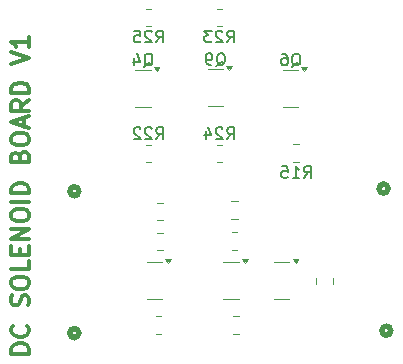
<source format=gbr>
%TF.GenerationSoftware,KiCad,Pcbnew,9.0.6*%
%TF.CreationDate,2025-11-07T06:51:29-08:00*%
%TF.ProjectId,bramble_valve_indexer,6272616d-626c-4655-9f76-616c76655f69,rev?*%
%TF.SameCoordinates,Original*%
%TF.FileFunction,Legend,Bot*%
%TF.FilePolarity,Positive*%
%FSLAX46Y46*%
G04 Gerber Fmt 4.6, Leading zero omitted, Abs format (unit mm)*
G04 Created by KiCad (PCBNEW 9.0.6) date 2025-11-07 06:51:29*
%MOMM*%
%LPD*%
G01*
G04 APERTURE LIST*
%ADD10C,0.300000*%
%ADD11C,0.150000*%
%ADD12C,0.508000*%
%ADD13C,0.120000*%
G04 APERTURE END LIST*
D10*
X15300828Y-47445489D02*
X13800828Y-47445489D01*
X13800828Y-47445489D02*
X13800828Y-47088346D01*
X13800828Y-47088346D02*
X13872257Y-46874060D01*
X13872257Y-46874060D02*
X14015114Y-46731203D01*
X14015114Y-46731203D02*
X14157971Y-46659774D01*
X14157971Y-46659774D02*
X14443685Y-46588346D01*
X14443685Y-46588346D02*
X14657971Y-46588346D01*
X14657971Y-46588346D02*
X14943685Y-46659774D01*
X14943685Y-46659774D02*
X15086542Y-46731203D01*
X15086542Y-46731203D02*
X15229400Y-46874060D01*
X15229400Y-46874060D02*
X15300828Y-47088346D01*
X15300828Y-47088346D02*
X15300828Y-47445489D01*
X15157971Y-45088346D02*
X15229400Y-45159774D01*
X15229400Y-45159774D02*
X15300828Y-45374060D01*
X15300828Y-45374060D02*
X15300828Y-45516917D01*
X15300828Y-45516917D02*
X15229400Y-45731203D01*
X15229400Y-45731203D02*
X15086542Y-45874060D01*
X15086542Y-45874060D02*
X14943685Y-45945489D01*
X14943685Y-45945489D02*
X14657971Y-46016917D01*
X14657971Y-46016917D02*
X14443685Y-46016917D01*
X14443685Y-46016917D02*
X14157971Y-45945489D01*
X14157971Y-45945489D02*
X14015114Y-45874060D01*
X14015114Y-45874060D02*
X13872257Y-45731203D01*
X13872257Y-45731203D02*
X13800828Y-45516917D01*
X13800828Y-45516917D02*
X13800828Y-45374060D01*
X13800828Y-45374060D02*
X13872257Y-45159774D01*
X13872257Y-45159774D02*
X13943685Y-45088346D01*
X15229400Y-43374060D02*
X15300828Y-43159775D01*
X15300828Y-43159775D02*
X15300828Y-42802632D01*
X15300828Y-42802632D02*
X15229400Y-42659775D01*
X15229400Y-42659775D02*
X15157971Y-42588346D01*
X15157971Y-42588346D02*
X15015114Y-42516917D01*
X15015114Y-42516917D02*
X14872257Y-42516917D01*
X14872257Y-42516917D02*
X14729400Y-42588346D01*
X14729400Y-42588346D02*
X14657971Y-42659775D01*
X14657971Y-42659775D02*
X14586542Y-42802632D01*
X14586542Y-42802632D02*
X14515114Y-43088346D01*
X14515114Y-43088346D02*
X14443685Y-43231203D01*
X14443685Y-43231203D02*
X14372257Y-43302632D01*
X14372257Y-43302632D02*
X14229400Y-43374060D01*
X14229400Y-43374060D02*
X14086542Y-43374060D01*
X14086542Y-43374060D02*
X13943685Y-43302632D01*
X13943685Y-43302632D02*
X13872257Y-43231203D01*
X13872257Y-43231203D02*
X13800828Y-43088346D01*
X13800828Y-43088346D02*
X13800828Y-42731203D01*
X13800828Y-42731203D02*
X13872257Y-42516917D01*
X13800828Y-41588346D02*
X13800828Y-41302632D01*
X13800828Y-41302632D02*
X13872257Y-41159775D01*
X13872257Y-41159775D02*
X14015114Y-41016918D01*
X14015114Y-41016918D02*
X14300828Y-40945489D01*
X14300828Y-40945489D02*
X14800828Y-40945489D01*
X14800828Y-40945489D02*
X15086542Y-41016918D01*
X15086542Y-41016918D02*
X15229400Y-41159775D01*
X15229400Y-41159775D02*
X15300828Y-41302632D01*
X15300828Y-41302632D02*
X15300828Y-41588346D01*
X15300828Y-41588346D02*
X15229400Y-41731204D01*
X15229400Y-41731204D02*
X15086542Y-41874061D01*
X15086542Y-41874061D02*
X14800828Y-41945489D01*
X14800828Y-41945489D02*
X14300828Y-41945489D01*
X14300828Y-41945489D02*
X14015114Y-41874061D01*
X14015114Y-41874061D02*
X13872257Y-41731204D01*
X13872257Y-41731204D02*
X13800828Y-41588346D01*
X15300828Y-39588346D02*
X15300828Y-40302632D01*
X15300828Y-40302632D02*
X13800828Y-40302632D01*
X14515114Y-39088346D02*
X14515114Y-38588346D01*
X15300828Y-38374060D02*
X15300828Y-39088346D01*
X15300828Y-39088346D02*
X13800828Y-39088346D01*
X13800828Y-39088346D02*
X13800828Y-38374060D01*
X15300828Y-37731203D02*
X13800828Y-37731203D01*
X13800828Y-37731203D02*
X15300828Y-36874060D01*
X15300828Y-36874060D02*
X13800828Y-36874060D01*
X13800828Y-35874059D02*
X13800828Y-35588345D01*
X13800828Y-35588345D02*
X13872257Y-35445488D01*
X13872257Y-35445488D02*
X14015114Y-35302631D01*
X14015114Y-35302631D02*
X14300828Y-35231202D01*
X14300828Y-35231202D02*
X14800828Y-35231202D01*
X14800828Y-35231202D02*
X15086542Y-35302631D01*
X15086542Y-35302631D02*
X15229400Y-35445488D01*
X15229400Y-35445488D02*
X15300828Y-35588345D01*
X15300828Y-35588345D02*
X15300828Y-35874059D01*
X15300828Y-35874059D02*
X15229400Y-36016917D01*
X15229400Y-36016917D02*
X15086542Y-36159774D01*
X15086542Y-36159774D02*
X14800828Y-36231202D01*
X14800828Y-36231202D02*
X14300828Y-36231202D01*
X14300828Y-36231202D02*
X14015114Y-36159774D01*
X14015114Y-36159774D02*
X13872257Y-36016917D01*
X13872257Y-36016917D02*
X13800828Y-35874059D01*
X15300828Y-34588345D02*
X13800828Y-34588345D01*
X15300828Y-33874059D02*
X13800828Y-33874059D01*
X13800828Y-33874059D02*
X13800828Y-33516916D01*
X13800828Y-33516916D02*
X13872257Y-33302630D01*
X13872257Y-33302630D02*
X14015114Y-33159773D01*
X14015114Y-33159773D02*
X14157971Y-33088344D01*
X14157971Y-33088344D02*
X14443685Y-33016916D01*
X14443685Y-33016916D02*
X14657971Y-33016916D01*
X14657971Y-33016916D02*
X14943685Y-33088344D01*
X14943685Y-33088344D02*
X15086542Y-33159773D01*
X15086542Y-33159773D02*
X15229400Y-33302630D01*
X15229400Y-33302630D02*
X15300828Y-33516916D01*
X15300828Y-33516916D02*
X15300828Y-33874059D01*
X14515114Y-30731202D02*
X14586542Y-30516916D01*
X14586542Y-30516916D02*
X14657971Y-30445487D01*
X14657971Y-30445487D02*
X14800828Y-30374059D01*
X14800828Y-30374059D02*
X15015114Y-30374059D01*
X15015114Y-30374059D02*
X15157971Y-30445487D01*
X15157971Y-30445487D02*
X15229400Y-30516916D01*
X15229400Y-30516916D02*
X15300828Y-30659773D01*
X15300828Y-30659773D02*
X15300828Y-31231202D01*
X15300828Y-31231202D02*
X13800828Y-31231202D01*
X13800828Y-31231202D02*
X13800828Y-30731202D01*
X13800828Y-30731202D02*
X13872257Y-30588345D01*
X13872257Y-30588345D02*
X13943685Y-30516916D01*
X13943685Y-30516916D02*
X14086542Y-30445487D01*
X14086542Y-30445487D02*
X14229400Y-30445487D01*
X14229400Y-30445487D02*
X14372257Y-30516916D01*
X14372257Y-30516916D02*
X14443685Y-30588345D01*
X14443685Y-30588345D02*
X14515114Y-30731202D01*
X14515114Y-30731202D02*
X14515114Y-31231202D01*
X13800828Y-29445487D02*
X13800828Y-29159773D01*
X13800828Y-29159773D02*
X13872257Y-29016916D01*
X13872257Y-29016916D02*
X14015114Y-28874059D01*
X14015114Y-28874059D02*
X14300828Y-28802630D01*
X14300828Y-28802630D02*
X14800828Y-28802630D01*
X14800828Y-28802630D02*
X15086542Y-28874059D01*
X15086542Y-28874059D02*
X15229400Y-29016916D01*
X15229400Y-29016916D02*
X15300828Y-29159773D01*
X15300828Y-29159773D02*
X15300828Y-29445487D01*
X15300828Y-29445487D02*
X15229400Y-29588345D01*
X15229400Y-29588345D02*
X15086542Y-29731202D01*
X15086542Y-29731202D02*
X14800828Y-29802630D01*
X14800828Y-29802630D02*
X14300828Y-29802630D01*
X14300828Y-29802630D02*
X14015114Y-29731202D01*
X14015114Y-29731202D02*
X13872257Y-29588345D01*
X13872257Y-29588345D02*
X13800828Y-29445487D01*
X14872257Y-28231201D02*
X14872257Y-27516916D01*
X15300828Y-28374058D02*
X13800828Y-27874058D01*
X13800828Y-27874058D02*
X15300828Y-27374058D01*
X15300828Y-26016916D02*
X14586542Y-26516916D01*
X15300828Y-26874059D02*
X13800828Y-26874059D01*
X13800828Y-26874059D02*
X13800828Y-26302630D01*
X13800828Y-26302630D02*
X13872257Y-26159773D01*
X13872257Y-26159773D02*
X13943685Y-26088344D01*
X13943685Y-26088344D02*
X14086542Y-26016916D01*
X14086542Y-26016916D02*
X14300828Y-26016916D01*
X14300828Y-26016916D02*
X14443685Y-26088344D01*
X14443685Y-26088344D02*
X14515114Y-26159773D01*
X14515114Y-26159773D02*
X14586542Y-26302630D01*
X14586542Y-26302630D02*
X14586542Y-26874059D01*
X15300828Y-25374059D02*
X13800828Y-25374059D01*
X13800828Y-25374059D02*
X13800828Y-25016916D01*
X13800828Y-25016916D02*
X13872257Y-24802630D01*
X13872257Y-24802630D02*
X14015114Y-24659773D01*
X14015114Y-24659773D02*
X14157971Y-24588344D01*
X14157971Y-24588344D02*
X14443685Y-24516916D01*
X14443685Y-24516916D02*
X14657971Y-24516916D01*
X14657971Y-24516916D02*
X14943685Y-24588344D01*
X14943685Y-24588344D02*
X15086542Y-24659773D01*
X15086542Y-24659773D02*
X15229400Y-24802630D01*
X15229400Y-24802630D02*
X15300828Y-25016916D01*
X15300828Y-25016916D02*
X15300828Y-25374059D01*
X13800828Y-22945487D02*
X15300828Y-22445487D01*
X15300828Y-22445487D02*
X13800828Y-21945487D01*
X15300828Y-20659773D02*
X15300828Y-21516916D01*
X15300828Y-21088345D02*
X13800828Y-21088345D01*
X13800828Y-21088345D02*
X14015114Y-21231202D01*
X14015114Y-21231202D02*
X14157971Y-21374059D01*
X14157971Y-21374059D02*
X14229400Y-21516916D01*
D11*
X25032738Y-23150057D02*
X25127976Y-23102438D01*
X25127976Y-23102438D02*
X25223214Y-23007200D01*
X25223214Y-23007200D02*
X25366071Y-22864342D01*
X25366071Y-22864342D02*
X25461309Y-22816723D01*
X25461309Y-22816723D02*
X25556547Y-22816723D01*
X25508928Y-23054819D02*
X25604166Y-23007200D01*
X25604166Y-23007200D02*
X25699404Y-22911961D01*
X25699404Y-22911961D02*
X25747023Y-22721485D01*
X25747023Y-22721485D02*
X25747023Y-22388152D01*
X25747023Y-22388152D02*
X25699404Y-22197676D01*
X25699404Y-22197676D02*
X25604166Y-22102438D01*
X25604166Y-22102438D02*
X25508928Y-22054819D01*
X25508928Y-22054819D02*
X25318452Y-22054819D01*
X25318452Y-22054819D02*
X25223214Y-22102438D01*
X25223214Y-22102438D02*
X25127976Y-22197676D01*
X25127976Y-22197676D02*
X25080357Y-22388152D01*
X25080357Y-22388152D02*
X25080357Y-22721485D01*
X25080357Y-22721485D02*
X25127976Y-22911961D01*
X25127976Y-22911961D02*
X25223214Y-23007200D01*
X25223214Y-23007200D02*
X25318452Y-23054819D01*
X25318452Y-23054819D02*
X25508928Y-23054819D01*
X24223214Y-22388152D02*
X24223214Y-23054819D01*
X24461309Y-22007200D02*
X24699404Y-22721485D01*
X24699404Y-22721485D02*
X24080357Y-22721485D01*
X37532738Y-23150057D02*
X37627976Y-23102438D01*
X37627976Y-23102438D02*
X37723214Y-23007200D01*
X37723214Y-23007200D02*
X37866071Y-22864342D01*
X37866071Y-22864342D02*
X37961309Y-22816723D01*
X37961309Y-22816723D02*
X38056547Y-22816723D01*
X38008928Y-23054819D02*
X38104166Y-23007200D01*
X38104166Y-23007200D02*
X38199404Y-22911961D01*
X38199404Y-22911961D02*
X38247023Y-22721485D01*
X38247023Y-22721485D02*
X38247023Y-22388152D01*
X38247023Y-22388152D02*
X38199404Y-22197676D01*
X38199404Y-22197676D02*
X38104166Y-22102438D01*
X38104166Y-22102438D02*
X38008928Y-22054819D01*
X38008928Y-22054819D02*
X37818452Y-22054819D01*
X37818452Y-22054819D02*
X37723214Y-22102438D01*
X37723214Y-22102438D02*
X37627976Y-22197676D01*
X37627976Y-22197676D02*
X37580357Y-22388152D01*
X37580357Y-22388152D02*
X37580357Y-22721485D01*
X37580357Y-22721485D02*
X37627976Y-22911961D01*
X37627976Y-22911961D02*
X37723214Y-23007200D01*
X37723214Y-23007200D02*
X37818452Y-23054819D01*
X37818452Y-23054819D02*
X38008928Y-23054819D01*
X36723214Y-22054819D02*
X36913690Y-22054819D01*
X36913690Y-22054819D02*
X37008928Y-22102438D01*
X37008928Y-22102438D02*
X37056547Y-22150057D01*
X37056547Y-22150057D02*
X37151785Y-22292914D01*
X37151785Y-22292914D02*
X37199404Y-22483390D01*
X37199404Y-22483390D02*
X37199404Y-22864342D01*
X37199404Y-22864342D02*
X37151785Y-22959580D01*
X37151785Y-22959580D02*
X37104166Y-23007200D01*
X37104166Y-23007200D02*
X37008928Y-23054819D01*
X37008928Y-23054819D02*
X36818452Y-23054819D01*
X36818452Y-23054819D02*
X36723214Y-23007200D01*
X36723214Y-23007200D02*
X36675595Y-22959580D01*
X36675595Y-22959580D02*
X36627976Y-22864342D01*
X36627976Y-22864342D02*
X36627976Y-22626247D01*
X36627976Y-22626247D02*
X36675595Y-22531009D01*
X36675595Y-22531009D02*
X36723214Y-22483390D01*
X36723214Y-22483390D02*
X36818452Y-22435771D01*
X36818452Y-22435771D02*
X37008928Y-22435771D01*
X37008928Y-22435771D02*
X37104166Y-22483390D01*
X37104166Y-22483390D02*
X37151785Y-22531009D01*
X37151785Y-22531009D02*
X37199404Y-22626247D01*
X32055357Y-29304819D02*
X32388690Y-28828628D01*
X32626785Y-29304819D02*
X32626785Y-28304819D01*
X32626785Y-28304819D02*
X32245833Y-28304819D01*
X32245833Y-28304819D02*
X32150595Y-28352438D01*
X32150595Y-28352438D02*
X32102976Y-28400057D01*
X32102976Y-28400057D02*
X32055357Y-28495295D01*
X32055357Y-28495295D02*
X32055357Y-28638152D01*
X32055357Y-28638152D02*
X32102976Y-28733390D01*
X32102976Y-28733390D02*
X32150595Y-28781009D01*
X32150595Y-28781009D02*
X32245833Y-28828628D01*
X32245833Y-28828628D02*
X32626785Y-28828628D01*
X31674404Y-28400057D02*
X31626785Y-28352438D01*
X31626785Y-28352438D02*
X31531547Y-28304819D01*
X31531547Y-28304819D02*
X31293452Y-28304819D01*
X31293452Y-28304819D02*
X31198214Y-28352438D01*
X31198214Y-28352438D02*
X31150595Y-28400057D01*
X31150595Y-28400057D02*
X31102976Y-28495295D01*
X31102976Y-28495295D02*
X31102976Y-28590533D01*
X31102976Y-28590533D02*
X31150595Y-28733390D01*
X31150595Y-28733390D02*
X31722023Y-29304819D01*
X31722023Y-29304819D02*
X31102976Y-29304819D01*
X30245833Y-28638152D02*
X30245833Y-29304819D01*
X30483928Y-28257200D02*
X30722023Y-28971485D01*
X30722023Y-28971485D02*
X30102976Y-28971485D01*
X32055357Y-21104819D02*
X32388690Y-20628628D01*
X32626785Y-21104819D02*
X32626785Y-20104819D01*
X32626785Y-20104819D02*
X32245833Y-20104819D01*
X32245833Y-20104819D02*
X32150595Y-20152438D01*
X32150595Y-20152438D02*
X32102976Y-20200057D01*
X32102976Y-20200057D02*
X32055357Y-20295295D01*
X32055357Y-20295295D02*
X32055357Y-20438152D01*
X32055357Y-20438152D02*
X32102976Y-20533390D01*
X32102976Y-20533390D02*
X32150595Y-20581009D01*
X32150595Y-20581009D02*
X32245833Y-20628628D01*
X32245833Y-20628628D02*
X32626785Y-20628628D01*
X31674404Y-20200057D02*
X31626785Y-20152438D01*
X31626785Y-20152438D02*
X31531547Y-20104819D01*
X31531547Y-20104819D02*
X31293452Y-20104819D01*
X31293452Y-20104819D02*
X31198214Y-20152438D01*
X31198214Y-20152438D02*
X31150595Y-20200057D01*
X31150595Y-20200057D02*
X31102976Y-20295295D01*
X31102976Y-20295295D02*
X31102976Y-20390533D01*
X31102976Y-20390533D02*
X31150595Y-20533390D01*
X31150595Y-20533390D02*
X31722023Y-21104819D01*
X31722023Y-21104819D02*
X31102976Y-21104819D01*
X30769642Y-20104819D02*
X30150595Y-20104819D01*
X30150595Y-20104819D02*
X30483928Y-20485771D01*
X30483928Y-20485771D02*
X30341071Y-20485771D01*
X30341071Y-20485771D02*
X30245833Y-20533390D01*
X30245833Y-20533390D02*
X30198214Y-20581009D01*
X30198214Y-20581009D02*
X30150595Y-20676247D01*
X30150595Y-20676247D02*
X30150595Y-20914342D01*
X30150595Y-20914342D02*
X30198214Y-21009580D01*
X30198214Y-21009580D02*
X30245833Y-21057200D01*
X30245833Y-21057200D02*
X30341071Y-21104819D01*
X30341071Y-21104819D02*
X30626785Y-21104819D01*
X30626785Y-21104819D02*
X30722023Y-21057200D01*
X30722023Y-21057200D02*
X30769642Y-21009580D01*
X26055357Y-29304819D02*
X26388690Y-28828628D01*
X26626785Y-29304819D02*
X26626785Y-28304819D01*
X26626785Y-28304819D02*
X26245833Y-28304819D01*
X26245833Y-28304819D02*
X26150595Y-28352438D01*
X26150595Y-28352438D02*
X26102976Y-28400057D01*
X26102976Y-28400057D02*
X26055357Y-28495295D01*
X26055357Y-28495295D02*
X26055357Y-28638152D01*
X26055357Y-28638152D02*
X26102976Y-28733390D01*
X26102976Y-28733390D02*
X26150595Y-28781009D01*
X26150595Y-28781009D02*
X26245833Y-28828628D01*
X26245833Y-28828628D02*
X26626785Y-28828628D01*
X25674404Y-28400057D02*
X25626785Y-28352438D01*
X25626785Y-28352438D02*
X25531547Y-28304819D01*
X25531547Y-28304819D02*
X25293452Y-28304819D01*
X25293452Y-28304819D02*
X25198214Y-28352438D01*
X25198214Y-28352438D02*
X25150595Y-28400057D01*
X25150595Y-28400057D02*
X25102976Y-28495295D01*
X25102976Y-28495295D02*
X25102976Y-28590533D01*
X25102976Y-28590533D02*
X25150595Y-28733390D01*
X25150595Y-28733390D02*
X25722023Y-29304819D01*
X25722023Y-29304819D02*
X25102976Y-29304819D01*
X24722023Y-28400057D02*
X24674404Y-28352438D01*
X24674404Y-28352438D02*
X24579166Y-28304819D01*
X24579166Y-28304819D02*
X24341071Y-28304819D01*
X24341071Y-28304819D02*
X24245833Y-28352438D01*
X24245833Y-28352438D02*
X24198214Y-28400057D01*
X24198214Y-28400057D02*
X24150595Y-28495295D01*
X24150595Y-28495295D02*
X24150595Y-28590533D01*
X24150595Y-28590533D02*
X24198214Y-28733390D01*
X24198214Y-28733390D02*
X24769642Y-29304819D01*
X24769642Y-29304819D02*
X24150595Y-29304819D01*
X38555357Y-32580219D02*
X38888690Y-32104028D01*
X39126785Y-32580219D02*
X39126785Y-31580219D01*
X39126785Y-31580219D02*
X38745833Y-31580219D01*
X38745833Y-31580219D02*
X38650595Y-31627838D01*
X38650595Y-31627838D02*
X38602976Y-31675457D01*
X38602976Y-31675457D02*
X38555357Y-31770695D01*
X38555357Y-31770695D02*
X38555357Y-31913552D01*
X38555357Y-31913552D02*
X38602976Y-32008790D01*
X38602976Y-32008790D02*
X38650595Y-32056409D01*
X38650595Y-32056409D02*
X38745833Y-32104028D01*
X38745833Y-32104028D02*
X39126785Y-32104028D01*
X37602976Y-32580219D02*
X38174404Y-32580219D01*
X37888690Y-32580219D02*
X37888690Y-31580219D01*
X37888690Y-31580219D02*
X37983928Y-31723076D01*
X37983928Y-31723076D02*
X38079166Y-31818314D01*
X38079166Y-31818314D02*
X38174404Y-31865933D01*
X36698214Y-31580219D02*
X37174404Y-31580219D01*
X37174404Y-31580219D02*
X37222023Y-32056409D01*
X37222023Y-32056409D02*
X37174404Y-32008790D01*
X37174404Y-32008790D02*
X37079166Y-31961171D01*
X37079166Y-31961171D02*
X36841071Y-31961171D01*
X36841071Y-31961171D02*
X36745833Y-32008790D01*
X36745833Y-32008790D02*
X36698214Y-32056409D01*
X36698214Y-32056409D02*
X36650595Y-32151647D01*
X36650595Y-32151647D02*
X36650595Y-32389742D01*
X36650595Y-32389742D02*
X36698214Y-32484980D01*
X36698214Y-32484980D02*
X36745833Y-32532600D01*
X36745833Y-32532600D02*
X36841071Y-32580219D01*
X36841071Y-32580219D02*
X37079166Y-32580219D01*
X37079166Y-32580219D02*
X37174404Y-32532600D01*
X37174404Y-32532600D02*
X37222023Y-32484980D01*
X31157738Y-23100057D02*
X31252976Y-23052438D01*
X31252976Y-23052438D02*
X31348214Y-22957200D01*
X31348214Y-22957200D02*
X31491071Y-22814342D01*
X31491071Y-22814342D02*
X31586309Y-22766723D01*
X31586309Y-22766723D02*
X31681547Y-22766723D01*
X31633928Y-23004819D02*
X31729166Y-22957200D01*
X31729166Y-22957200D02*
X31824404Y-22861961D01*
X31824404Y-22861961D02*
X31872023Y-22671485D01*
X31872023Y-22671485D02*
X31872023Y-22338152D01*
X31872023Y-22338152D02*
X31824404Y-22147676D01*
X31824404Y-22147676D02*
X31729166Y-22052438D01*
X31729166Y-22052438D02*
X31633928Y-22004819D01*
X31633928Y-22004819D02*
X31443452Y-22004819D01*
X31443452Y-22004819D02*
X31348214Y-22052438D01*
X31348214Y-22052438D02*
X31252976Y-22147676D01*
X31252976Y-22147676D02*
X31205357Y-22338152D01*
X31205357Y-22338152D02*
X31205357Y-22671485D01*
X31205357Y-22671485D02*
X31252976Y-22861961D01*
X31252976Y-22861961D02*
X31348214Y-22957200D01*
X31348214Y-22957200D02*
X31443452Y-23004819D01*
X31443452Y-23004819D02*
X31633928Y-23004819D01*
X30729166Y-23004819D02*
X30538690Y-23004819D01*
X30538690Y-23004819D02*
X30443452Y-22957200D01*
X30443452Y-22957200D02*
X30395833Y-22909580D01*
X30395833Y-22909580D02*
X30300595Y-22766723D01*
X30300595Y-22766723D02*
X30252976Y-22576247D01*
X30252976Y-22576247D02*
X30252976Y-22195295D01*
X30252976Y-22195295D02*
X30300595Y-22100057D01*
X30300595Y-22100057D02*
X30348214Y-22052438D01*
X30348214Y-22052438D02*
X30443452Y-22004819D01*
X30443452Y-22004819D02*
X30633928Y-22004819D01*
X30633928Y-22004819D02*
X30729166Y-22052438D01*
X30729166Y-22052438D02*
X30776785Y-22100057D01*
X30776785Y-22100057D02*
X30824404Y-22195295D01*
X30824404Y-22195295D02*
X30824404Y-22433390D01*
X30824404Y-22433390D02*
X30776785Y-22528628D01*
X30776785Y-22528628D02*
X30729166Y-22576247D01*
X30729166Y-22576247D02*
X30633928Y-22623866D01*
X30633928Y-22623866D02*
X30443452Y-22623866D01*
X30443452Y-22623866D02*
X30348214Y-22576247D01*
X30348214Y-22576247D02*
X30300595Y-22528628D01*
X30300595Y-22528628D02*
X30252976Y-22433390D01*
X26055357Y-21104819D02*
X26388690Y-20628628D01*
X26626785Y-21104819D02*
X26626785Y-20104819D01*
X26626785Y-20104819D02*
X26245833Y-20104819D01*
X26245833Y-20104819D02*
X26150595Y-20152438D01*
X26150595Y-20152438D02*
X26102976Y-20200057D01*
X26102976Y-20200057D02*
X26055357Y-20295295D01*
X26055357Y-20295295D02*
X26055357Y-20438152D01*
X26055357Y-20438152D02*
X26102976Y-20533390D01*
X26102976Y-20533390D02*
X26150595Y-20581009D01*
X26150595Y-20581009D02*
X26245833Y-20628628D01*
X26245833Y-20628628D02*
X26626785Y-20628628D01*
X25674404Y-20200057D02*
X25626785Y-20152438D01*
X25626785Y-20152438D02*
X25531547Y-20104819D01*
X25531547Y-20104819D02*
X25293452Y-20104819D01*
X25293452Y-20104819D02*
X25198214Y-20152438D01*
X25198214Y-20152438D02*
X25150595Y-20200057D01*
X25150595Y-20200057D02*
X25102976Y-20295295D01*
X25102976Y-20295295D02*
X25102976Y-20390533D01*
X25102976Y-20390533D02*
X25150595Y-20533390D01*
X25150595Y-20533390D02*
X25722023Y-21104819D01*
X25722023Y-21104819D02*
X25102976Y-21104819D01*
X24198214Y-20104819D02*
X24674404Y-20104819D01*
X24674404Y-20104819D02*
X24722023Y-20581009D01*
X24722023Y-20581009D02*
X24674404Y-20533390D01*
X24674404Y-20533390D02*
X24579166Y-20485771D01*
X24579166Y-20485771D02*
X24341071Y-20485771D01*
X24341071Y-20485771D02*
X24245833Y-20533390D01*
X24245833Y-20533390D02*
X24198214Y-20581009D01*
X24198214Y-20581009D02*
X24150595Y-20676247D01*
X24150595Y-20676247D02*
X24150595Y-20914342D01*
X24150595Y-20914342D02*
X24198214Y-21009580D01*
X24198214Y-21009580D02*
X24245833Y-21057200D01*
X24245833Y-21057200D02*
X24341071Y-21104819D01*
X24341071Y-21104819D02*
X24579166Y-21104819D01*
X24579166Y-21104819D02*
X24674404Y-21057200D01*
X24674404Y-21057200D02*
X24722023Y-21009580D01*
D12*
%TO.C,M4*%
X45923200Y-45513600D02*
G75*
G02*
X45161200Y-45513600I-381000J0D01*
G01*
X45161200Y-45513600D02*
G75*
G02*
X45923200Y-45513600I381000J0D01*
G01*
%TO.C,M2*%
X19507200Y-45720000D02*
G75*
G02*
X18745200Y-45720000I-381000J0D01*
G01*
X18745200Y-45720000D02*
G75*
G02*
X19507200Y-45720000I381000J0D01*
G01*
%TO.C,M3*%
X45694600Y-33477200D02*
G75*
G02*
X44932600Y-33477200I-381000J0D01*
G01*
X44932600Y-33477200D02*
G75*
G02*
X45694600Y-33477200I381000J0D01*
G01*
%TO.C,M1*%
X19507200Y-33705800D02*
G75*
G02*
X18745200Y-33705800I-381000J0D01*
G01*
X18745200Y-33705800D02*
G75*
G02*
X19507200Y-33705800I381000J0D01*
G01*
D13*
%TO.C,R19*%
X26607464Y-37224250D02*
X26153336Y-37224250D01*
X26607464Y-38694250D02*
X26153336Y-38694250D01*
%TO.C,Q4*%
X24937500Y-23440000D02*
X24287500Y-23440000D01*
X24937500Y-23440000D02*
X25587500Y-23440000D01*
X24937500Y-26560000D02*
X24287500Y-26560000D01*
X24937500Y-26560000D02*
X25587500Y-26560000D01*
X26100000Y-23490000D02*
X25860000Y-23160000D01*
X26340000Y-23160000D01*
X26100000Y-23490000D01*
G36*
X26100000Y-23490000D02*
G01*
X25860000Y-23160000D01*
X26340000Y-23160000D01*
X26100000Y-23490000D01*
G37*
%TO.C,Q6*%
X37437500Y-23440000D02*
X36787500Y-23440000D01*
X37437500Y-23440000D02*
X38087500Y-23440000D01*
X37437500Y-26560000D02*
X36787500Y-26560000D01*
X37437500Y-26560000D02*
X38087500Y-26560000D01*
X38600000Y-23490000D02*
X38360000Y-23160000D01*
X38840000Y-23160000D01*
X38600000Y-23490000D01*
G36*
X38600000Y-23490000D02*
G01*
X38360000Y-23160000D01*
X38840000Y-23160000D01*
X38600000Y-23490000D01*
G37*
%TO.C,Q2*%
X25905400Y-39734650D02*
X25255400Y-39734650D01*
X25905400Y-39734650D02*
X26555400Y-39734650D01*
X25905400Y-42854650D02*
X25255400Y-42854650D01*
X25905400Y-42854650D02*
X26555400Y-42854650D01*
X27067900Y-39784650D02*
X26827900Y-39454650D01*
X27307900Y-39454650D01*
X27067900Y-39784650D01*
G36*
X27067900Y-39784650D02*
G01*
X26827900Y-39454650D01*
X27307900Y-39454650D01*
X27067900Y-39784650D01*
G37*
%TO.C,R24*%
X31639564Y-29765000D02*
X31185436Y-29765000D01*
X31639564Y-31235000D02*
X31185436Y-31235000D01*
%TO.C,R23*%
X31185436Y-18265000D02*
X31639564Y-18265000D01*
X31185436Y-19735000D02*
X31639564Y-19735000D01*
%TO.C,R14*%
X32934964Y-37173450D02*
X32480836Y-37173450D01*
X32934964Y-38643450D02*
X32480836Y-38643450D01*
%TO.C,Q7*%
X36695300Y-39734650D02*
X36045300Y-39734650D01*
X36695300Y-39734650D02*
X37345300Y-39734650D01*
X36695300Y-42854650D02*
X36045300Y-42854650D01*
X36695300Y-42854650D02*
X37345300Y-42854650D01*
X37857800Y-39784650D02*
X37617800Y-39454650D01*
X38097800Y-39454650D01*
X37857800Y-39784650D01*
G36*
X37857800Y-39784650D02*
G01*
X37617800Y-39454650D01*
X38097800Y-39454650D01*
X37857800Y-39784650D01*
G37*
%TO.C,R27*%
X26005736Y-44285450D02*
X26459864Y-44285450D01*
X26005736Y-45755450D02*
X26459864Y-45755450D01*
%TO.C,R22*%
X25639564Y-29765000D02*
X25185436Y-29765000D01*
X25639564Y-31235000D02*
X25185436Y-31235000D01*
%TO.C,R16*%
X32955852Y-34557250D02*
X32433348Y-34557250D01*
X32955852Y-36027250D02*
X32433348Y-36027250D01*
%TO.C,R15*%
X37685436Y-29740400D02*
X38139564Y-29740400D01*
X37685436Y-31210400D02*
X38139564Y-31210400D01*
%TO.C,R18*%
X39569400Y-41558102D02*
X39569400Y-41035598D01*
X41039400Y-41558102D02*
X41039400Y-41035598D01*
%TO.C,R26*%
X32584336Y-44285450D02*
X33038464Y-44285450D01*
X32584336Y-45755450D02*
X33038464Y-45755450D01*
%TO.C,Q9*%
X31062500Y-23390000D02*
X30412500Y-23390000D01*
X31062500Y-23390000D02*
X31712500Y-23390000D01*
X31062500Y-26510000D02*
X30412500Y-26510000D01*
X31062500Y-26510000D02*
X31712500Y-26510000D01*
X32225000Y-23440000D02*
X31985000Y-23110000D01*
X32465000Y-23110000D01*
X32225000Y-23440000D01*
G36*
X32225000Y-23440000D02*
G01*
X31985000Y-23110000D01*
X32465000Y-23110000D01*
X32225000Y-23440000D01*
G37*
%TO.C,R25*%
X25185436Y-18265000D02*
X25639564Y-18265000D01*
X25185436Y-19735000D02*
X25639564Y-19735000D01*
%TO.C,Q8*%
X32405400Y-39734650D02*
X31755400Y-39734650D01*
X32405400Y-39734650D02*
X33055400Y-39734650D01*
X32405400Y-42854650D02*
X31755400Y-42854650D01*
X32405400Y-42854650D02*
X33055400Y-42854650D01*
X33567900Y-39784650D02*
X33327900Y-39454650D01*
X33807900Y-39454650D01*
X33567900Y-39784650D01*
G36*
X33567900Y-39784650D02*
G01*
X33327900Y-39454650D01*
X33807900Y-39454650D01*
X33567900Y-39784650D01*
G37*
%TO.C,R17*%
X26656652Y-34658850D02*
X26134148Y-34658850D01*
X26656652Y-36128850D02*
X26134148Y-36128850D01*
%TD*%
M02*

</source>
